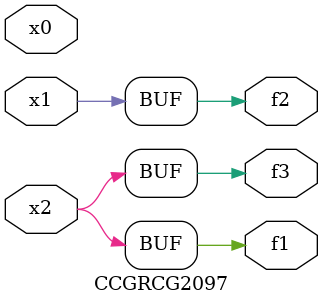
<source format=v>
module CCGRCG2097(
	input x0, x1, x2,
	output f1, f2, f3
);
	assign f1 = x2;
	assign f2 = x1;
	assign f3 = x2;
endmodule

</source>
